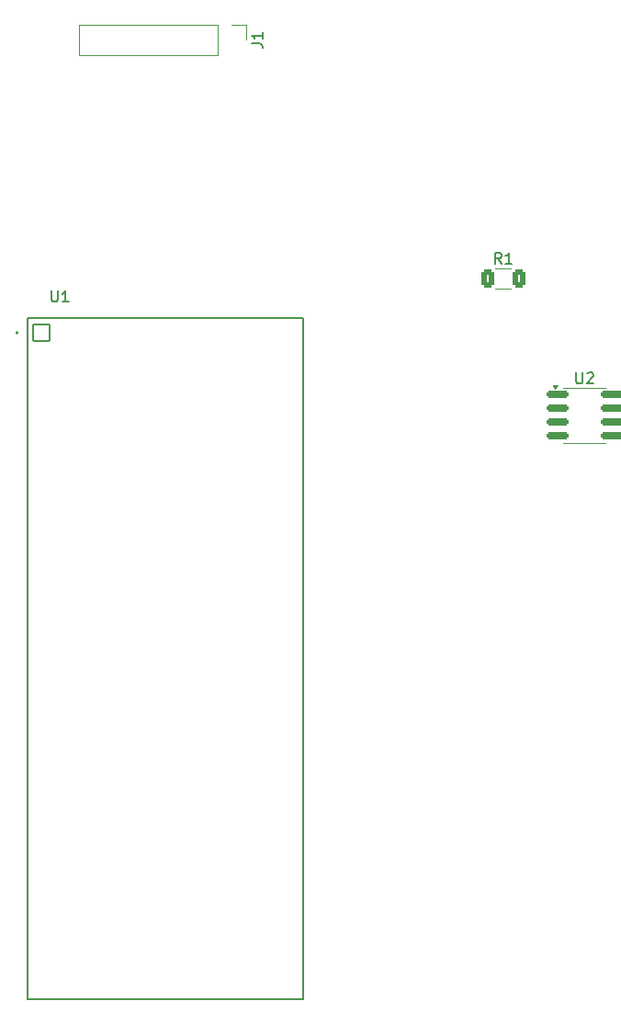
<source format=gbr>
%TF.GenerationSoftware,KiCad,Pcbnew,9.0.1*%
%TF.CreationDate,2025-04-13T13:12:51+02:00*%
%TF.ProjectId,esp32-schematic,65737033-322d-4736-9368-656d61746963,rev?*%
%TF.SameCoordinates,Original*%
%TF.FileFunction,Legend,Top*%
%TF.FilePolarity,Positive*%
%FSLAX46Y46*%
G04 Gerber Fmt 4.6, Leading zero omitted, Abs format (unit mm)*
G04 Created by KiCad (PCBNEW 9.0.1) date 2025-04-13 13:12:51*
%MOMM*%
%LPD*%
G01*
G04 APERTURE LIST*
G04 Aperture macros list*
%AMRoundRect*
0 Rectangle with rounded corners*
0 $1 Rounding radius*
0 $2 $3 $4 $5 $6 $7 $8 $9 X,Y pos of 4 corners*
0 Add a 4 corners polygon primitive as box body*
4,1,4,$2,$3,$4,$5,$6,$7,$8,$9,$2,$3,0*
0 Add four circle primitives for the rounded corners*
1,1,$1+$1,$2,$3*
1,1,$1+$1,$4,$5*
1,1,$1+$1,$6,$7*
1,1,$1+$1,$8,$9*
0 Add four rect primitives between the rounded corners*
20,1,$1+$1,$2,$3,$4,$5,0*
20,1,$1+$1,$4,$5,$6,$7,0*
20,1,$1+$1,$6,$7,$8,$9,0*
20,1,$1+$1,$8,$9,$2,$3,0*%
G04 Aperture macros list end*
%ADD10C,0.150000*%
%ADD11C,0.120000*%
%ADD12C,0.127000*%
%ADD13C,0.200000*%
%ADD14RoundRect,0.250000X-0.312500X-0.625000X0.312500X-0.625000X0.312500X0.625000X-0.312500X0.625000X0*%
%ADD15RoundRect,0.150000X-0.825000X-0.150000X0.825000X-0.150000X0.825000X0.150000X-0.825000X0.150000X0*%
%ADD16R,1.700000X1.700000*%
%ADD17C,1.700000*%
%ADD18RoundRect,0.102000X-0.765000X-0.765000X0.765000X-0.765000X0.765000X0.765000X-0.765000X0.765000X0*%
%ADD19C,1.734000*%
G04 APERTURE END LIST*
D10*
X111870833Y-38124819D02*
X111537500Y-37648628D01*
X111299405Y-38124819D02*
X111299405Y-37124819D01*
X111299405Y-37124819D02*
X111680357Y-37124819D01*
X111680357Y-37124819D02*
X111775595Y-37172438D01*
X111775595Y-37172438D02*
X111823214Y-37220057D01*
X111823214Y-37220057D02*
X111870833Y-37315295D01*
X111870833Y-37315295D02*
X111870833Y-37458152D01*
X111870833Y-37458152D02*
X111823214Y-37553390D01*
X111823214Y-37553390D02*
X111775595Y-37601009D01*
X111775595Y-37601009D02*
X111680357Y-37648628D01*
X111680357Y-37648628D02*
X111299405Y-37648628D01*
X112823214Y-38124819D02*
X112251786Y-38124819D01*
X112537500Y-38124819D02*
X112537500Y-37124819D01*
X112537500Y-37124819D02*
X112442262Y-37267676D01*
X112442262Y-37267676D02*
X112347024Y-37362914D01*
X112347024Y-37362914D02*
X112251786Y-37410533D01*
X118763095Y-48149819D02*
X118763095Y-48959342D01*
X118763095Y-48959342D02*
X118810714Y-49054580D01*
X118810714Y-49054580D02*
X118858333Y-49102200D01*
X118858333Y-49102200D02*
X118953571Y-49149819D01*
X118953571Y-49149819D02*
X119144047Y-49149819D01*
X119144047Y-49149819D02*
X119239285Y-49102200D01*
X119239285Y-49102200D02*
X119286904Y-49054580D01*
X119286904Y-49054580D02*
X119334523Y-48959342D01*
X119334523Y-48959342D02*
X119334523Y-48149819D01*
X119763095Y-48245057D02*
X119810714Y-48197438D01*
X119810714Y-48197438D02*
X119905952Y-48149819D01*
X119905952Y-48149819D02*
X120144047Y-48149819D01*
X120144047Y-48149819D02*
X120239285Y-48197438D01*
X120239285Y-48197438D02*
X120286904Y-48245057D01*
X120286904Y-48245057D02*
X120334523Y-48340295D01*
X120334523Y-48340295D02*
X120334523Y-48435533D01*
X120334523Y-48435533D02*
X120286904Y-48578390D01*
X120286904Y-48578390D02*
X119715476Y-49149819D01*
X119715476Y-49149819D02*
X120334523Y-49149819D01*
X88834819Y-17833333D02*
X89549104Y-17833333D01*
X89549104Y-17833333D02*
X89691961Y-17880952D01*
X89691961Y-17880952D02*
X89787200Y-17976190D01*
X89787200Y-17976190D02*
X89834819Y-18119047D01*
X89834819Y-18119047D02*
X89834819Y-18214285D01*
X89834819Y-16833333D02*
X89834819Y-17404761D01*
X89834819Y-17119047D02*
X88834819Y-17119047D01*
X88834819Y-17119047D02*
X88977676Y-17214285D01*
X88977676Y-17214285D02*
X89072914Y-17309523D01*
X89072914Y-17309523D02*
X89120533Y-17404761D01*
X70393095Y-40619819D02*
X70393095Y-41429342D01*
X70393095Y-41429342D02*
X70440714Y-41524580D01*
X70440714Y-41524580D02*
X70488333Y-41572200D01*
X70488333Y-41572200D02*
X70583571Y-41619819D01*
X70583571Y-41619819D02*
X70774047Y-41619819D01*
X70774047Y-41619819D02*
X70869285Y-41572200D01*
X70869285Y-41572200D02*
X70916904Y-41524580D01*
X70916904Y-41524580D02*
X70964523Y-41429342D01*
X70964523Y-41429342D02*
X70964523Y-40619819D01*
X71964523Y-41619819D02*
X71393095Y-41619819D01*
X71678809Y-41619819D02*
X71678809Y-40619819D01*
X71678809Y-40619819D02*
X71583571Y-40762676D01*
X71583571Y-40762676D02*
X71488333Y-40857914D01*
X71488333Y-40857914D02*
X71393095Y-40905533D01*
D11*
%TO.C,R1*%
X111310436Y-38590000D02*
X112764564Y-38590000D01*
X111310436Y-40410000D02*
X112764564Y-40410000D01*
%TO.C,U2*%
X119525000Y-49535000D02*
X117575000Y-49535000D01*
X119525000Y-49535000D02*
X121475000Y-49535000D01*
X119525000Y-54655000D02*
X117575000Y-54655000D01*
X119525000Y-54655000D02*
X121475000Y-54655000D01*
X116825000Y-49630000D02*
X116585000Y-49300000D01*
X117065000Y-49300000D01*
X116825000Y-49630000D01*
G36*
X116825000Y-49630000D02*
G01*
X116585000Y-49300000D01*
X117065000Y-49300000D01*
X116825000Y-49630000D01*
G37*
%TO.C,J1*%
X88380000Y-16120000D02*
X88380000Y-17500000D01*
X87000000Y-16120000D02*
X88380000Y-16120000D01*
X85730000Y-16120000D02*
X72920000Y-16120000D01*
X85730000Y-16120000D02*
X85730000Y-18880000D01*
X72920000Y-16120000D02*
X72920000Y-18880000D01*
X85730000Y-18880000D02*
X72920000Y-18880000D01*
D12*
%TO.C,U1*%
X68230000Y-43100000D02*
X93630000Y-43100000D01*
X68230000Y-105840000D02*
X68230000Y-43100000D01*
X93630000Y-43100000D02*
X93630000Y-105840000D01*
X93630000Y-105840000D02*
X68230000Y-105840000D01*
D13*
X67314000Y-44498000D02*
G75*
G02*
X67114000Y-44498000I-100000J0D01*
G01*
X67114000Y-44498000D02*
G75*
G02*
X67314000Y-44498000I100000J0D01*
G01*
%TD*%
%LPC*%
D14*
%TO.C,R1*%
X110575000Y-39500000D03*
X113500000Y-39500000D03*
%TD*%
D15*
%TO.C,U2*%
X117050000Y-50190000D03*
X117050000Y-51460000D03*
X117050000Y-52730000D03*
X117050000Y-54000000D03*
X122000000Y-54000000D03*
X122000000Y-52730000D03*
X122000000Y-51460000D03*
X122000000Y-50190000D03*
%TD*%
D16*
%TO.C,J1*%
X87000000Y-17500000D03*
D17*
X84460000Y-17500000D03*
X81920000Y-17500000D03*
D16*
X79380000Y-17500000D03*
D17*
X76840000Y-17500000D03*
X74300000Y-17500000D03*
%TD*%
D18*
%TO.C,U1*%
X69500000Y-44500000D03*
D19*
X69500000Y-47040000D03*
X69500000Y-49580000D03*
X69500000Y-52120000D03*
X69500000Y-54660000D03*
X69500000Y-57200000D03*
X69500000Y-59740000D03*
X69500000Y-62280000D03*
X69500000Y-64820000D03*
X69500000Y-67360000D03*
X69500000Y-69900000D03*
X69500000Y-72440000D03*
X69500000Y-74980000D03*
X69500000Y-77520000D03*
X69500000Y-80060000D03*
X69500000Y-82600000D03*
X69500000Y-85140000D03*
X69500000Y-87680000D03*
X69500000Y-90220000D03*
X69500000Y-92760000D03*
X69500000Y-95300000D03*
X69500000Y-97840000D03*
X92360000Y-44500000D03*
X92360000Y-47040000D03*
X92360000Y-49580000D03*
X92360000Y-52120000D03*
X92360000Y-54660000D03*
X92360000Y-57200000D03*
X92360000Y-59740000D03*
X92360000Y-62280000D03*
X92360000Y-64820000D03*
X92360000Y-67360000D03*
X92360000Y-69900000D03*
X92360000Y-72440000D03*
X92360000Y-74980000D03*
X92360000Y-77520000D03*
X92360000Y-80060000D03*
X92360000Y-82600000D03*
X92360000Y-85140000D03*
X92360000Y-87680000D03*
X92360000Y-90220000D03*
X92360000Y-92760000D03*
X92360000Y-95300000D03*
X92360000Y-97840000D03*
%TD*%
%LPD*%
M02*

</source>
